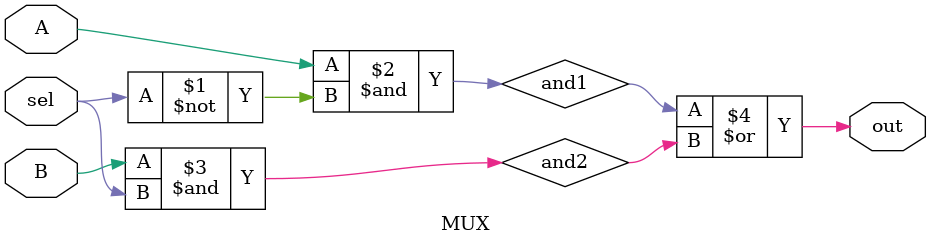
<source format=v>
module divider(A, B, D, remainder);
input [7:0] A, B;
output [7:0] D, remainder;
wire [7:0] Bout, Dout0, Dout1, Dout2, Dout3, Dout4, Dout5, Dout6, Dout7;

CSM8_line D_line0(.A({8'b0, A[7]}), .B(B), .Bout(Bout[0]), .D(Dout0));
CSM8_line D_line1(.A({Dout0, A[6]}), .B(B), .Bout(Bout[1]), .D(Dout1));
CSM8_line D_line2(.A({Dout1, A[5]}), .B(B), .Bout(Bout[2]), .D(Dout2));
CSM8_line D_line3(.A({Dout2, A[4]}), .B(B), .Bout(Bout[3]), .D(Dout3));
CSM8_line D_line4(.A({Dout3, A[3]}), .B(B), .Bout(Bout[4]), .D(Dout4));
CSM8_line D_line5(.A({Dout4, A[2]}), .B(B), .Bout(Bout[5]), .D(Dout5));
CSM8_line D_line6(.A({Dout5, A[1]}), .B(B), .Bout(Bout[6]), .D(Dout6));
CSM8_line D_line7(.A({Dout6, A[0]}), .B(B), .Bout(Bout[7]), .D(Dout7));

assign D = {~Bout[0], ~Bout[1], ~Bout[2], ~Bout[3], ~Bout[4], ~Bout[5], ~Bout[6], ~Bout[7]};
assign remainder = Dout7;
endmodule

module CSM8_line (A, B, Bout, D); //Controlled Substract-Multiplexer 8bit serial line
input [8:0] A;
input [7:0] B;
output Bout;
output [7:0] D;
wire [8:0] D_temp, BO;

FS FS0(.a(A[0]), .b(B[0]), .bin(1'b0), .y(D_temp[0]), .bout(BO[0]));
FS FS1(.a(A[1]), .b(B[1]), .bin(BO[0]), .y(D_temp[1]), .bout(BO[1]));
FS FS2(.a(A[2]), .b(B[2]), .bin(BO[1]), .y(D_temp[2]), .bout(BO[2]));
FS FS3(.a(A[3]), .b(B[3]), .bin(BO[2]), .y(D_temp[3]), .bout(BO[3]));
FS FS4(.a(A[4]), .b(B[4]), .bin(BO[3]), .y(D_temp[4]), .bout(BO[4]));
FS FS5(.a(A[5]), .b(B[5]), .bin(BO[4]), .y(D_temp[5]), .bout(BO[5]));
FS FS6(.a(A[6]), .b(B[6]), .bin(BO[5]), .y(D_temp[6]), .bout(BO[6]));
FS FS7(.a(A[7]), .b(B[7]), .bin(BO[6]), .y(D_temp[7]), .bout(BO[7]));
FS FS8(.a(A[8]), .b(1'b0), .bin(BO[7]), .y(D_temp[8]), .bout(BO[8]));

MUX MUX0(D_temp[0], A[0], BO[8], D[0]);
MUX MUX1(D_temp[1], A[1], BO[8], D[1]);
MUX MUX2(D_temp[2], A[2], BO[8], D[2]);
MUX MUX3(D_temp[3], A[3], BO[8], D[3]);
MUX MUX4(D_temp[4], A[4], BO[8], D[4]);
MUX MUX5(D_temp[5], A[5], BO[8], D[5]);
MUX MUX6(D_temp[6], A[6], BO[8], D[6]);
MUX MUX7(D_temp[7], A[7], BO[8], D[7]);
assign Bout = BO[8];
endmodule


module FS (a, b, bin, y, bout); //full substractor
input a, b, bin; //input
output y, bout; //output
wire a_not, xor1, and1, and2, and3; 

// y = a^b^bin
xor(xor1, a, b); 
xor(y, xor1, bin); 

// bout = ~AB+~ABin+BBin
not(a_not, a);
and(and1, a_not, bin);
and(and2, b, bin);
and(and3, a_not, b);
or(bout, and1, and2, and3);

endmodule

module MUX(A, B, sel, out); //2input multiplexer
input A, B, sel;
output out;
wire and1, and2;

and (and1, A, ~sel);
and (and2, B, sel);
or (out, and1, and2);
endmodule 
</source>
